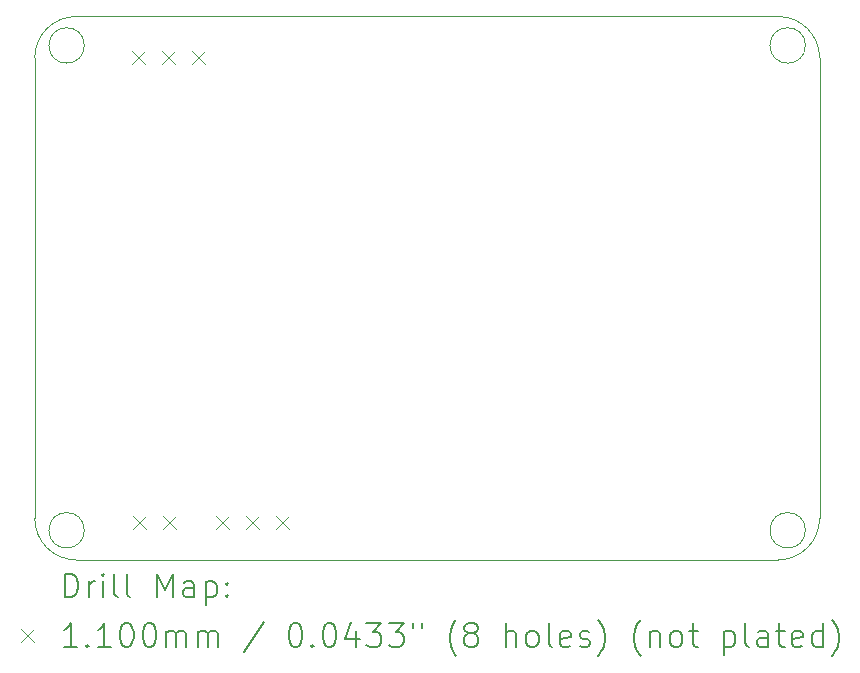
<source format=gbr>
%TF.GenerationSoftware,KiCad,Pcbnew,7.0.5-7.0.5~ubuntu20.04.1*%
%TF.CreationDate,2023-07-24T22:07:20+03:00*%
%TF.ProjectId,hardware,68617264-7761-4726-952e-6b696361645f,rev?*%
%TF.SameCoordinates,Original*%
%TF.FileFunction,Drillmap*%
%TF.FilePolarity,Positive*%
%FSLAX45Y45*%
G04 Gerber Fmt 4.5, Leading zero omitted, Abs format (unit mm)*
G04 Created by KiCad (PCBNEW 7.0.5-7.0.5~ubuntu20.04.1) date 2023-07-24 22:07:20*
%MOMM*%
%LPD*%
G01*
G04 APERTURE LIST*
%ADD10C,0.100000*%
%ADD11C,0.200000*%
%ADD12C,0.110000*%
G04 APERTURE END LIST*
D10*
X18155000Y-8245000D02*
G75*
G03*
X18155000Y-8245000I-150000J0D01*
G01*
X12050000Y-8245000D02*
G75*
G03*
X12050000Y-8245000I-150000J0D01*
G01*
X12050000Y-12350000D02*
G75*
G03*
X12050000Y-12350000I-150000J0D01*
G01*
X18155000Y-12350000D02*
G75*
G03*
X18155000Y-12350000I-150000J0D01*
G01*
X11630000Y-12250000D02*
G75*
G03*
X11980000Y-12600000I350000J0D01*
G01*
X11980000Y-8000000D02*
G75*
G03*
X11630000Y-8350000I0J-350000D01*
G01*
X11630000Y-12250000D02*
X11630000Y-8350000D01*
X17925000Y-12600000D02*
G75*
G03*
X18275000Y-12250000I0J350000D01*
G01*
X17925000Y-12600000D02*
X11980000Y-12600000D01*
X18275000Y-8350000D02*
G75*
G03*
X17925000Y-8000000I-350000J0D01*
G01*
X11980000Y-8000000D02*
X17925000Y-8000000D01*
X18275000Y-8350000D02*
X18275000Y-12250000D01*
D11*
D12*
X12457000Y-8291000D02*
X12567000Y-8401000D01*
X12567000Y-8291000D02*
X12457000Y-8401000D01*
X12465000Y-12232500D02*
X12575000Y-12342500D01*
X12575000Y-12232500D02*
X12465000Y-12342500D01*
X12711000Y-8291000D02*
X12821000Y-8401000D01*
X12821000Y-8291000D02*
X12711000Y-8401000D01*
X12719000Y-12232500D02*
X12829000Y-12342500D01*
X12829000Y-12232500D02*
X12719000Y-12342500D01*
X12965000Y-8291000D02*
X13075000Y-8401000D01*
X13075000Y-8291000D02*
X12965000Y-8401000D01*
X13161000Y-12226500D02*
X13271000Y-12336500D01*
X13271000Y-12226500D02*
X13161000Y-12336500D01*
X13415000Y-12226500D02*
X13525000Y-12336500D01*
X13525000Y-12226500D02*
X13415000Y-12336500D01*
X13669000Y-12226500D02*
X13779000Y-12336500D01*
X13779000Y-12226500D02*
X13669000Y-12336500D01*
D11*
X11885777Y-12916484D02*
X11885777Y-12716484D01*
X11885777Y-12716484D02*
X11933396Y-12716484D01*
X11933396Y-12716484D02*
X11961967Y-12726008D01*
X11961967Y-12726008D02*
X11981015Y-12745055D01*
X11981015Y-12745055D02*
X11990539Y-12764103D01*
X11990539Y-12764103D02*
X12000062Y-12802198D01*
X12000062Y-12802198D02*
X12000062Y-12830769D01*
X12000062Y-12830769D02*
X11990539Y-12868865D01*
X11990539Y-12868865D02*
X11981015Y-12887912D01*
X11981015Y-12887912D02*
X11961967Y-12906960D01*
X11961967Y-12906960D02*
X11933396Y-12916484D01*
X11933396Y-12916484D02*
X11885777Y-12916484D01*
X12085777Y-12916484D02*
X12085777Y-12783150D01*
X12085777Y-12821246D02*
X12095301Y-12802198D01*
X12095301Y-12802198D02*
X12104824Y-12792674D01*
X12104824Y-12792674D02*
X12123872Y-12783150D01*
X12123872Y-12783150D02*
X12142920Y-12783150D01*
X12209586Y-12916484D02*
X12209586Y-12783150D01*
X12209586Y-12716484D02*
X12200062Y-12726008D01*
X12200062Y-12726008D02*
X12209586Y-12735531D01*
X12209586Y-12735531D02*
X12219110Y-12726008D01*
X12219110Y-12726008D02*
X12209586Y-12716484D01*
X12209586Y-12716484D02*
X12209586Y-12735531D01*
X12333396Y-12916484D02*
X12314348Y-12906960D01*
X12314348Y-12906960D02*
X12304824Y-12887912D01*
X12304824Y-12887912D02*
X12304824Y-12716484D01*
X12438158Y-12916484D02*
X12419110Y-12906960D01*
X12419110Y-12906960D02*
X12409586Y-12887912D01*
X12409586Y-12887912D02*
X12409586Y-12716484D01*
X12666729Y-12916484D02*
X12666729Y-12716484D01*
X12666729Y-12716484D02*
X12733396Y-12859341D01*
X12733396Y-12859341D02*
X12800062Y-12716484D01*
X12800062Y-12716484D02*
X12800062Y-12916484D01*
X12981015Y-12916484D02*
X12981015Y-12811722D01*
X12981015Y-12811722D02*
X12971491Y-12792674D01*
X12971491Y-12792674D02*
X12952443Y-12783150D01*
X12952443Y-12783150D02*
X12914348Y-12783150D01*
X12914348Y-12783150D02*
X12895301Y-12792674D01*
X12981015Y-12906960D02*
X12961967Y-12916484D01*
X12961967Y-12916484D02*
X12914348Y-12916484D01*
X12914348Y-12916484D02*
X12895301Y-12906960D01*
X12895301Y-12906960D02*
X12885777Y-12887912D01*
X12885777Y-12887912D02*
X12885777Y-12868865D01*
X12885777Y-12868865D02*
X12895301Y-12849817D01*
X12895301Y-12849817D02*
X12914348Y-12840293D01*
X12914348Y-12840293D02*
X12961967Y-12840293D01*
X12961967Y-12840293D02*
X12981015Y-12830769D01*
X13076253Y-12783150D02*
X13076253Y-12983150D01*
X13076253Y-12792674D02*
X13095301Y-12783150D01*
X13095301Y-12783150D02*
X13133396Y-12783150D01*
X13133396Y-12783150D02*
X13152443Y-12792674D01*
X13152443Y-12792674D02*
X13161967Y-12802198D01*
X13161967Y-12802198D02*
X13171491Y-12821246D01*
X13171491Y-12821246D02*
X13171491Y-12878388D01*
X13171491Y-12878388D02*
X13161967Y-12897436D01*
X13161967Y-12897436D02*
X13152443Y-12906960D01*
X13152443Y-12906960D02*
X13133396Y-12916484D01*
X13133396Y-12916484D02*
X13095301Y-12916484D01*
X13095301Y-12916484D02*
X13076253Y-12906960D01*
X13257205Y-12897436D02*
X13266729Y-12906960D01*
X13266729Y-12906960D02*
X13257205Y-12916484D01*
X13257205Y-12916484D02*
X13247682Y-12906960D01*
X13247682Y-12906960D02*
X13257205Y-12897436D01*
X13257205Y-12897436D02*
X13257205Y-12916484D01*
X13257205Y-12792674D02*
X13266729Y-12802198D01*
X13266729Y-12802198D02*
X13257205Y-12811722D01*
X13257205Y-12811722D02*
X13247682Y-12802198D01*
X13247682Y-12802198D02*
X13257205Y-12792674D01*
X13257205Y-12792674D02*
X13257205Y-12811722D01*
D12*
X11515000Y-13190000D02*
X11625000Y-13300000D01*
X11625000Y-13190000D02*
X11515000Y-13300000D01*
D11*
X11990539Y-13336484D02*
X11876253Y-13336484D01*
X11933396Y-13336484D02*
X11933396Y-13136484D01*
X11933396Y-13136484D02*
X11914348Y-13165055D01*
X11914348Y-13165055D02*
X11895301Y-13184103D01*
X11895301Y-13184103D02*
X11876253Y-13193627D01*
X12076253Y-13317436D02*
X12085777Y-13326960D01*
X12085777Y-13326960D02*
X12076253Y-13336484D01*
X12076253Y-13336484D02*
X12066729Y-13326960D01*
X12066729Y-13326960D02*
X12076253Y-13317436D01*
X12076253Y-13317436D02*
X12076253Y-13336484D01*
X12276253Y-13336484D02*
X12161967Y-13336484D01*
X12219110Y-13336484D02*
X12219110Y-13136484D01*
X12219110Y-13136484D02*
X12200062Y-13165055D01*
X12200062Y-13165055D02*
X12181015Y-13184103D01*
X12181015Y-13184103D02*
X12161967Y-13193627D01*
X12400062Y-13136484D02*
X12419110Y-13136484D01*
X12419110Y-13136484D02*
X12438158Y-13146008D01*
X12438158Y-13146008D02*
X12447682Y-13155531D01*
X12447682Y-13155531D02*
X12457205Y-13174579D01*
X12457205Y-13174579D02*
X12466729Y-13212674D01*
X12466729Y-13212674D02*
X12466729Y-13260293D01*
X12466729Y-13260293D02*
X12457205Y-13298388D01*
X12457205Y-13298388D02*
X12447682Y-13317436D01*
X12447682Y-13317436D02*
X12438158Y-13326960D01*
X12438158Y-13326960D02*
X12419110Y-13336484D01*
X12419110Y-13336484D02*
X12400062Y-13336484D01*
X12400062Y-13336484D02*
X12381015Y-13326960D01*
X12381015Y-13326960D02*
X12371491Y-13317436D01*
X12371491Y-13317436D02*
X12361967Y-13298388D01*
X12361967Y-13298388D02*
X12352443Y-13260293D01*
X12352443Y-13260293D02*
X12352443Y-13212674D01*
X12352443Y-13212674D02*
X12361967Y-13174579D01*
X12361967Y-13174579D02*
X12371491Y-13155531D01*
X12371491Y-13155531D02*
X12381015Y-13146008D01*
X12381015Y-13146008D02*
X12400062Y-13136484D01*
X12590539Y-13136484D02*
X12609586Y-13136484D01*
X12609586Y-13136484D02*
X12628634Y-13146008D01*
X12628634Y-13146008D02*
X12638158Y-13155531D01*
X12638158Y-13155531D02*
X12647682Y-13174579D01*
X12647682Y-13174579D02*
X12657205Y-13212674D01*
X12657205Y-13212674D02*
X12657205Y-13260293D01*
X12657205Y-13260293D02*
X12647682Y-13298388D01*
X12647682Y-13298388D02*
X12638158Y-13317436D01*
X12638158Y-13317436D02*
X12628634Y-13326960D01*
X12628634Y-13326960D02*
X12609586Y-13336484D01*
X12609586Y-13336484D02*
X12590539Y-13336484D01*
X12590539Y-13336484D02*
X12571491Y-13326960D01*
X12571491Y-13326960D02*
X12561967Y-13317436D01*
X12561967Y-13317436D02*
X12552443Y-13298388D01*
X12552443Y-13298388D02*
X12542920Y-13260293D01*
X12542920Y-13260293D02*
X12542920Y-13212674D01*
X12542920Y-13212674D02*
X12552443Y-13174579D01*
X12552443Y-13174579D02*
X12561967Y-13155531D01*
X12561967Y-13155531D02*
X12571491Y-13146008D01*
X12571491Y-13146008D02*
X12590539Y-13136484D01*
X12742920Y-13336484D02*
X12742920Y-13203150D01*
X12742920Y-13222198D02*
X12752443Y-13212674D01*
X12752443Y-13212674D02*
X12771491Y-13203150D01*
X12771491Y-13203150D02*
X12800063Y-13203150D01*
X12800063Y-13203150D02*
X12819110Y-13212674D01*
X12819110Y-13212674D02*
X12828634Y-13231722D01*
X12828634Y-13231722D02*
X12828634Y-13336484D01*
X12828634Y-13231722D02*
X12838158Y-13212674D01*
X12838158Y-13212674D02*
X12857205Y-13203150D01*
X12857205Y-13203150D02*
X12885777Y-13203150D01*
X12885777Y-13203150D02*
X12904824Y-13212674D01*
X12904824Y-13212674D02*
X12914348Y-13231722D01*
X12914348Y-13231722D02*
X12914348Y-13336484D01*
X13009586Y-13336484D02*
X13009586Y-13203150D01*
X13009586Y-13222198D02*
X13019110Y-13212674D01*
X13019110Y-13212674D02*
X13038158Y-13203150D01*
X13038158Y-13203150D02*
X13066729Y-13203150D01*
X13066729Y-13203150D02*
X13085777Y-13212674D01*
X13085777Y-13212674D02*
X13095301Y-13231722D01*
X13095301Y-13231722D02*
X13095301Y-13336484D01*
X13095301Y-13231722D02*
X13104824Y-13212674D01*
X13104824Y-13212674D02*
X13123872Y-13203150D01*
X13123872Y-13203150D02*
X13152443Y-13203150D01*
X13152443Y-13203150D02*
X13171491Y-13212674D01*
X13171491Y-13212674D02*
X13181015Y-13231722D01*
X13181015Y-13231722D02*
X13181015Y-13336484D01*
X13571491Y-13126960D02*
X13400063Y-13384103D01*
X13828634Y-13136484D02*
X13847682Y-13136484D01*
X13847682Y-13136484D02*
X13866729Y-13146008D01*
X13866729Y-13146008D02*
X13876253Y-13155531D01*
X13876253Y-13155531D02*
X13885777Y-13174579D01*
X13885777Y-13174579D02*
X13895301Y-13212674D01*
X13895301Y-13212674D02*
X13895301Y-13260293D01*
X13895301Y-13260293D02*
X13885777Y-13298388D01*
X13885777Y-13298388D02*
X13876253Y-13317436D01*
X13876253Y-13317436D02*
X13866729Y-13326960D01*
X13866729Y-13326960D02*
X13847682Y-13336484D01*
X13847682Y-13336484D02*
X13828634Y-13336484D01*
X13828634Y-13336484D02*
X13809586Y-13326960D01*
X13809586Y-13326960D02*
X13800063Y-13317436D01*
X13800063Y-13317436D02*
X13790539Y-13298388D01*
X13790539Y-13298388D02*
X13781015Y-13260293D01*
X13781015Y-13260293D02*
X13781015Y-13212674D01*
X13781015Y-13212674D02*
X13790539Y-13174579D01*
X13790539Y-13174579D02*
X13800063Y-13155531D01*
X13800063Y-13155531D02*
X13809586Y-13146008D01*
X13809586Y-13146008D02*
X13828634Y-13136484D01*
X13981015Y-13317436D02*
X13990539Y-13326960D01*
X13990539Y-13326960D02*
X13981015Y-13336484D01*
X13981015Y-13336484D02*
X13971491Y-13326960D01*
X13971491Y-13326960D02*
X13981015Y-13317436D01*
X13981015Y-13317436D02*
X13981015Y-13336484D01*
X14114348Y-13136484D02*
X14133396Y-13136484D01*
X14133396Y-13136484D02*
X14152444Y-13146008D01*
X14152444Y-13146008D02*
X14161967Y-13155531D01*
X14161967Y-13155531D02*
X14171491Y-13174579D01*
X14171491Y-13174579D02*
X14181015Y-13212674D01*
X14181015Y-13212674D02*
X14181015Y-13260293D01*
X14181015Y-13260293D02*
X14171491Y-13298388D01*
X14171491Y-13298388D02*
X14161967Y-13317436D01*
X14161967Y-13317436D02*
X14152444Y-13326960D01*
X14152444Y-13326960D02*
X14133396Y-13336484D01*
X14133396Y-13336484D02*
X14114348Y-13336484D01*
X14114348Y-13336484D02*
X14095301Y-13326960D01*
X14095301Y-13326960D02*
X14085777Y-13317436D01*
X14085777Y-13317436D02*
X14076253Y-13298388D01*
X14076253Y-13298388D02*
X14066729Y-13260293D01*
X14066729Y-13260293D02*
X14066729Y-13212674D01*
X14066729Y-13212674D02*
X14076253Y-13174579D01*
X14076253Y-13174579D02*
X14085777Y-13155531D01*
X14085777Y-13155531D02*
X14095301Y-13146008D01*
X14095301Y-13146008D02*
X14114348Y-13136484D01*
X14352444Y-13203150D02*
X14352444Y-13336484D01*
X14304825Y-13126960D02*
X14257206Y-13269817D01*
X14257206Y-13269817D02*
X14381015Y-13269817D01*
X14438158Y-13136484D02*
X14561967Y-13136484D01*
X14561967Y-13136484D02*
X14495301Y-13212674D01*
X14495301Y-13212674D02*
X14523872Y-13212674D01*
X14523872Y-13212674D02*
X14542920Y-13222198D01*
X14542920Y-13222198D02*
X14552444Y-13231722D01*
X14552444Y-13231722D02*
X14561967Y-13250769D01*
X14561967Y-13250769D02*
X14561967Y-13298388D01*
X14561967Y-13298388D02*
X14552444Y-13317436D01*
X14552444Y-13317436D02*
X14542920Y-13326960D01*
X14542920Y-13326960D02*
X14523872Y-13336484D01*
X14523872Y-13336484D02*
X14466729Y-13336484D01*
X14466729Y-13336484D02*
X14447682Y-13326960D01*
X14447682Y-13326960D02*
X14438158Y-13317436D01*
X14628634Y-13136484D02*
X14752444Y-13136484D01*
X14752444Y-13136484D02*
X14685777Y-13212674D01*
X14685777Y-13212674D02*
X14714348Y-13212674D01*
X14714348Y-13212674D02*
X14733396Y-13222198D01*
X14733396Y-13222198D02*
X14742920Y-13231722D01*
X14742920Y-13231722D02*
X14752444Y-13250769D01*
X14752444Y-13250769D02*
X14752444Y-13298388D01*
X14752444Y-13298388D02*
X14742920Y-13317436D01*
X14742920Y-13317436D02*
X14733396Y-13326960D01*
X14733396Y-13326960D02*
X14714348Y-13336484D01*
X14714348Y-13336484D02*
X14657206Y-13336484D01*
X14657206Y-13336484D02*
X14638158Y-13326960D01*
X14638158Y-13326960D02*
X14628634Y-13317436D01*
X14828634Y-13136484D02*
X14828634Y-13174579D01*
X14904825Y-13136484D02*
X14904825Y-13174579D01*
X15200063Y-13412674D02*
X15190539Y-13403150D01*
X15190539Y-13403150D02*
X15171491Y-13374579D01*
X15171491Y-13374579D02*
X15161968Y-13355531D01*
X15161968Y-13355531D02*
X15152444Y-13326960D01*
X15152444Y-13326960D02*
X15142920Y-13279341D01*
X15142920Y-13279341D02*
X15142920Y-13241246D01*
X15142920Y-13241246D02*
X15152444Y-13193627D01*
X15152444Y-13193627D02*
X15161968Y-13165055D01*
X15161968Y-13165055D02*
X15171491Y-13146008D01*
X15171491Y-13146008D02*
X15190539Y-13117436D01*
X15190539Y-13117436D02*
X15200063Y-13107912D01*
X15304825Y-13222198D02*
X15285777Y-13212674D01*
X15285777Y-13212674D02*
X15276253Y-13203150D01*
X15276253Y-13203150D02*
X15266729Y-13184103D01*
X15266729Y-13184103D02*
X15266729Y-13174579D01*
X15266729Y-13174579D02*
X15276253Y-13155531D01*
X15276253Y-13155531D02*
X15285777Y-13146008D01*
X15285777Y-13146008D02*
X15304825Y-13136484D01*
X15304825Y-13136484D02*
X15342920Y-13136484D01*
X15342920Y-13136484D02*
X15361968Y-13146008D01*
X15361968Y-13146008D02*
X15371491Y-13155531D01*
X15371491Y-13155531D02*
X15381015Y-13174579D01*
X15381015Y-13174579D02*
X15381015Y-13184103D01*
X15381015Y-13184103D02*
X15371491Y-13203150D01*
X15371491Y-13203150D02*
X15361968Y-13212674D01*
X15361968Y-13212674D02*
X15342920Y-13222198D01*
X15342920Y-13222198D02*
X15304825Y-13222198D01*
X15304825Y-13222198D02*
X15285777Y-13231722D01*
X15285777Y-13231722D02*
X15276253Y-13241246D01*
X15276253Y-13241246D02*
X15266729Y-13260293D01*
X15266729Y-13260293D02*
X15266729Y-13298388D01*
X15266729Y-13298388D02*
X15276253Y-13317436D01*
X15276253Y-13317436D02*
X15285777Y-13326960D01*
X15285777Y-13326960D02*
X15304825Y-13336484D01*
X15304825Y-13336484D02*
X15342920Y-13336484D01*
X15342920Y-13336484D02*
X15361968Y-13326960D01*
X15361968Y-13326960D02*
X15371491Y-13317436D01*
X15371491Y-13317436D02*
X15381015Y-13298388D01*
X15381015Y-13298388D02*
X15381015Y-13260293D01*
X15381015Y-13260293D02*
X15371491Y-13241246D01*
X15371491Y-13241246D02*
X15361968Y-13231722D01*
X15361968Y-13231722D02*
X15342920Y-13222198D01*
X15619110Y-13336484D02*
X15619110Y-13136484D01*
X15704825Y-13336484D02*
X15704825Y-13231722D01*
X15704825Y-13231722D02*
X15695301Y-13212674D01*
X15695301Y-13212674D02*
X15676253Y-13203150D01*
X15676253Y-13203150D02*
X15647682Y-13203150D01*
X15647682Y-13203150D02*
X15628634Y-13212674D01*
X15628634Y-13212674D02*
X15619110Y-13222198D01*
X15828634Y-13336484D02*
X15809587Y-13326960D01*
X15809587Y-13326960D02*
X15800063Y-13317436D01*
X15800063Y-13317436D02*
X15790539Y-13298388D01*
X15790539Y-13298388D02*
X15790539Y-13241246D01*
X15790539Y-13241246D02*
X15800063Y-13222198D01*
X15800063Y-13222198D02*
X15809587Y-13212674D01*
X15809587Y-13212674D02*
X15828634Y-13203150D01*
X15828634Y-13203150D02*
X15857206Y-13203150D01*
X15857206Y-13203150D02*
X15876253Y-13212674D01*
X15876253Y-13212674D02*
X15885777Y-13222198D01*
X15885777Y-13222198D02*
X15895301Y-13241246D01*
X15895301Y-13241246D02*
X15895301Y-13298388D01*
X15895301Y-13298388D02*
X15885777Y-13317436D01*
X15885777Y-13317436D02*
X15876253Y-13326960D01*
X15876253Y-13326960D02*
X15857206Y-13336484D01*
X15857206Y-13336484D02*
X15828634Y-13336484D01*
X16009587Y-13336484D02*
X15990539Y-13326960D01*
X15990539Y-13326960D02*
X15981015Y-13307912D01*
X15981015Y-13307912D02*
X15981015Y-13136484D01*
X16161968Y-13326960D02*
X16142920Y-13336484D01*
X16142920Y-13336484D02*
X16104825Y-13336484D01*
X16104825Y-13336484D02*
X16085777Y-13326960D01*
X16085777Y-13326960D02*
X16076253Y-13307912D01*
X16076253Y-13307912D02*
X16076253Y-13231722D01*
X16076253Y-13231722D02*
X16085777Y-13212674D01*
X16085777Y-13212674D02*
X16104825Y-13203150D01*
X16104825Y-13203150D02*
X16142920Y-13203150D01*
X16142920Y-13203150D02*
X16161968Y-13212674D01*
X16161968Y-13212674D02*
X16171491Y-13231722D01*
X16171491Y-13231722D02*
X16171491Y-13250769D01*
X16171491Y-13250769D02*
X16076253Y-13269817D01*
X16247682Y-13326960D02*
X16266730Y-13336484D01*
X16266730Y-13336484D02*
X16304825Y-13336484D01*
X16304825Y-13336484D02*
X16323872Y-13326960D01*
X16323872Y-13326960D02*
X16333396Y-13307912D01*
X16333396Y-13307912D02*
X16333396Y-13298388D01*
X16333396Y-13298388D02*
X16323872Y-13279341D01*
X16323872Y-13279341D02*
X16304825Y-13269817D01*
X16304825Y-13269817D02*
X16276253Y-13269817D01*
X16276253Y-13269817D02*
X16257206Y-13260293D01*
X16257206Y-13260293D02*
X16247682Y-13241246D01*
X16247682Y-13241246D02*
X16247682Y-13231722D01*
X16247682Y-13231722D02*
X16257206Y-13212674D01*
X16257206Y-13212674D02*
X16276253Y-13203150D01*
X16276253Y-13203150D02*
X16304825Y-13203150D01*
X16304825Y-13203150D02*
X16323872Y-13212674D01*
X16400063Y-13412674D02*
X16409587Y-13403150D01*
X16409587Y-13403150D02*
X16428634Y-13374579D01*
X16428634Y-13374579D02*
X16438158Y-13355531D01*
X16438158Y-13355531D02*
X16447682Y-13326960D01*
X16447682Y-13326960D02*
X16457206Y-13279341D01*
X16457206Y-13279341D02*
X16457206Y-13241246D01*
X16457206Y-13241246D02*
X16447682Y-13193627D01*
X16447682Y-13193627D02*
X16438158Y-13165055D01*
X16438158Y-13165055D02*
X16428634Y-13146008D01*
X16428634Y-13146008D02*
X16409587Y-13117436D01*
X16409587Y-13117436D02*
X16400063Y-13107912D01*
X16761968Y-13412674D02*
X16752444Y-13403150D01*
X16752444Y-13403150D02*
X16733396Y-13374579D01*
X16733396Y-13374579D02*
X16723872Y-13355531D01*
X16723872Y-13355531D02*
X16714349Y-13326960D01*
X16714349Y-13326960D02*
X16704825Y-13279341D01*
X16704825Y-13279341D02*
X16704825Y-13241246D01*
X16704825Y-13241246D02*
X16714349Y-13193627D01*
X16714349Y-13193627D02*
X16723872Y-13165055D01*
X16723872Y-13165055D02*
X16733396Y-13146008D01*
X16733396Y-13146008D02*
X16752444Y-13117436D01*
X16752444Y-13117436D02*
X16761968Y-13107912D01*
X16838158Y-13203150D02*
X16838158Y-13336484D01*
X16838158Y-13222198D02*
X16847682Y-13212674D01*
X16847682Y-13212674D02*
X16866730Y-13203150D01*
X16866730Y-13203150D02*
X16895301Y-13203150D01*
X16895301Y-13203150D02*
X16914349Y-13212674D01*
X16914349Y-13212674D02*
X16923873Y-13231722D01*
X16923873Y-13231722D02*
X16923873Y-13336484D01*
X17047682Y-13336484D02*
X17028634Y-13326960D01*
X17028634Y-13326960D02*
X17019111Y-13317436D01*
X17019111Y-13317436D02*
X17009587Y-13298388D01*
X17009587Y-13298388D02*
X17009587Y-13241246D01*
X17009587Y-13241246D02*
X17019111Y-13222198D01*
X17019111Y-13222198D02*
X17028634Y-13212674D01*
X17028634Y-13212674D02*
X17047682Y-13203150D01*
X17047682Y-13203150D02*
X17076254Y-13203150D01*
X17076254Y-13203150D02*
X17095301Y-13212674D01*
X17095301Y-13212674D02*
X17104825Y-13222198D01*
X17104825Y-13222198D02*
X17114349Y-13241246D01*
X17114349Y-13241246D02*
X17114349Y-13298388D01*
X17114349Y-13298388D02*
X17104825Y-13317436D01*
X17104825Y-13317436D02*
X17095301Y-13326960D01*
X17095301Y-13326960D02*
X17076254Y-13336484D01*
X17076254Y-13336484D02*
X17047682Y-13336484D01*
X17171492Y-13203150D02*
X17247682Y-13203150D01*
X17200063Y-13136484D02*
X17200063Y-13307912D01*
X17200063Y-13307912D02*
X17209587Y-13326960D01*
X17209587Y-13326960D02*
X17228634Y-13336484D01*
X17228634Y-13336484D02*
X17247682Y-13336484D01*
X17466730Y-13203150D02*
X17466730Y-13403150D01*
X17466730Y-13212674D02*
X17485777Y-13203150D01*
X17485777Y-13203150D02*
X17523873Y-13203150D01*
X17523873Y-13203150D02*
X17542920Y-13212674D01*
X17542920Y-13212674D02*
X17552444Y-13222198D01*
X17552444Y-13222198D02*
X17561968Y-13241246D01*
X17561968Y-13241246D02*
X17561968Y-13298388D01*
X17561968Y-13298388D02*
X17552444Y-13317436D01*
X17552444Y-13317436D02*
X17542920Y-13326960D01*
X17542920Y-13326960D02*
X17523873Y-13336484D01*
X17523873Y-13336484D02*
X17485777Y-13336484D01*
X17485777Y-13336484D02*
X17466730Y-13326960D01*
X17676254Y-13336484D02*
X17657206Y-13326960D01*
X17657206Y-13326960D02*
X17647682Y-13307912D01*
X17647682Y-13307912D02*
X17647682Y-13136484D01*
X17838158Y-13336484D02*
X17838158Y-13231722D01*
X17838158Y-13231722D02*
X17828635Y-13212674D01*
X17828635Y-13212674D02*
X17809587Y-13203150D01*
X17809587Y-13203150D02*
X17771492Y-13203150D01*
X17771492Y-13203150D02*
X17752444Y-13212674D01*
X17838158Y-13326960D02*
X17819111Y-13336484D01*
X17819111Y-13336484D02*
X17771492Y-13336484D01*
X17771492Y-13336484D02*
X17752444Y-13326960D01*
X17752444Y-13326960D02*
X17742920Y-13307912D01*
X17742920Y-13307912D02*
X17742920Y-13288865D01*
X17742920Y-13288865D02*
X17752444Y-13269817D01*
X17752444Y-13269817D02*
X17771492Y-13260293D01*
X17771492Y-13260293D02*
X17819111Y-13260293D01*
X17819111Y-13260293D02*
X17838158Y-13250769D01*
X17904825Y-13203150D02*
X17981015Y-13203150D01*
X17933396Y-13136484D02*
X17933396Y-13307912D01*
X17933396Y-13307912D02*
X17942920Y-13326960D01*
X17942920Y-13326960D02*
X17961968Y-13336484D01*
X17961968Y-13336484D02*
X17981015Y-13336484D01*
X18123873Y-13326960D02*
X18104825Y-13336484D01*
X18104825Y-13336484D02*
X18066730Y-13336484D01*
X18066730Y-13336484D02*
X18047682Y-13326960D01*
X18047682Y-13326960D02*
X18038158Y-13307912D01*
X18038158Y-13307912D02*
X18038158Y-13231722D01*
X18038158Y-13231722D02*
X18047682Y-13212674D01*
X18047682Y-13212674D02*
X18066730Y-13203150D01*
X18066730Y-13203150D02*
X18104825Y-13203150D01*
X18104825Y-13203150D02*
X18123873Y-13212674D01*
X18123873Y-13212674D02*
X18133396Y-13231722D01*
X18133396Y-13231722D02*
X18133396Y-13250769D01*
X18133396Y-13250769D02*
X18038158Y-13269817D01*
X18304825Y-13336484D02*
X18304825Y-13136484D01*
X18304825Y-13326960D02*
X18285777Y-13336484D01*
X18285777Y-13336484D02*
X18247682Y-13336484D01*
X18247682Y-13336484D02*
X18228635Y-13326960D01*
X18228635Y-13326960D02*
X18219111Y-13317436D01*
X18219111Y-13317436D02*
X18209587Y-13298388D01*
X18209587Y-13298388D02*
X18209587Y-13241246D01*
X18209587Y-13241246D02*
X18219111Y-13222198D01*
X18219111Y-13222198D02*
X18228635Y-13212674D01*
X18228635Y-13212674D02*
X18247682Y-13203150D01*
X18247682Y-13203150D02*
X18285777Y-13203150D01*
X18285777Y-13203150D02*
X18304825Y-13212674D01*
X18381016Y-13412674D02*
X18390539Y-13403150D01*
X18390539Y-13403150D02*
X18409587Y-13374579D01*
X18409587Y-13374579D02*
X18419111Y-13355531D01*
X18419111Y-13355531D02*
X18428635Y-13326960D01*
X18428635Y-13326960D02*
X18438158Y-13279341D01*
X18438158Y-13279341D02*
X18438158Y-13241246D01*
X18438158Y-13241246D02*
X18428635Y-13193627D01*
X18428635Y-13193627D02*
X18419111Y-13165055D01*
X18419111Y-13165055D02*
X18409587Y-13146008D01*
X18409587Y-13146008D02*
X18390539Y-13117436D01*
X18390539Y-13117436D02*
X18381016Y-13107912D01*
M02*

</source>
